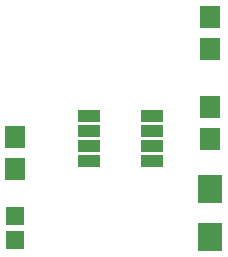
<source format=gts>
G04 #@! TF.FileFunction,Soldermask,Top*
%FSLAX46Y46*%
G04 Gerber Fmt 4.6, Leading zero omitted, Abs format (unit mm)*
G04 Created by KiCad (PCBNEW 4.0.3-stable) date Wednesday, October 19, 2016 'PMt' 12:35:23 PM*
%MOMM*%
%LPD*%
G01*
G04 APERTURE LIST*
%ADD10C,0.100000*%
%ADD11R,2.000000X2.400000*%
%ADD12R,1.598880X1.598880*%
%ADD13R,1.700000X1.900000*%
%ADD14R,1.950000X1.000000*%
G04 APERTURE END LIST*
D10*
D11*
X166370000Y-109760000D03*
X166370000Y-113760000D03*
D12*
X149860000Y-111980980D03*
X149860000Y-114079020D03*
D13*
X166370000Y-95170000D03*
X166370000Y-97870000D03*
X166370000Y-102790000D03*
X166370000Y-105490000D03*
X149860000Y-105330000D03*
X149860000Y-108030000D03*
D14*
X156050000Y-103505000D03*
X156050000Y-104775000D03*
X156050000Y-106045000D03*
X156050000Y-107315000D03*
X161450000Y-107315000D03*
X161450000Y-106045000D03*
X161450000Y-104775000D03*
X161450000Y-103505000D03*
M02*

</source>
